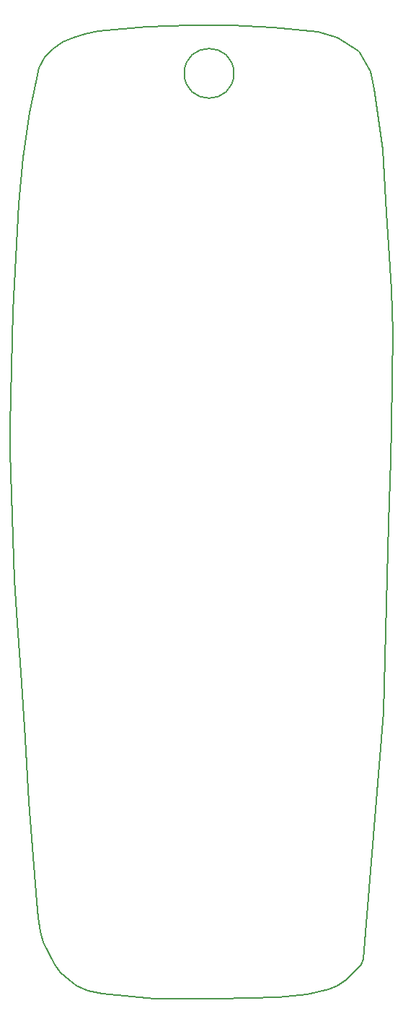
<source format=gbr>
G04 #@! TF.FileFunction,Profile,NP*
%FSLAX46Y46*%
G04 Gerber Fmt 4.6, Leading zero omitted, Abs format (unit mm)*
G04 Created by KiCad (PCBNEW 4.0.6) date Sat Nov 10 09:15:38 2018*
%MOMM*%
%LPD*%
G01*
G04 APERTURE LIST*
%ADD10C,0.100000*%
%ADD11C,0.150000*%
G04 APERTURE END LIST*
D10*
D11*
X80600000Y-118200000D02*
X80400000Y-124500000D01*
X38350000Y-127560000D02*
X38800000Y-135000000D01*
X62856888Y-49650000D02*
G75*
G03X62856888Y-49650000I-2906888J0D01*
G01*
X36950000Y-104050000D02*
X37100000Y-109050000D01*
X78100000Y-153400000D02*
X80400000Y-124500000D01*
X39900000Y-148600000D02*
X40150000Y-150200000D01*
X77850000Y-154100000D02*
X78100000Y-153400000D01*
X76050000Y-155900000D02*
X77850000Y-154100000D01*
X75050000Y-156550000D02*
X76050000Y-155900000D01*
X74000000Y-157000000D02*
X75050000Y-156550000D01*
X71500000Y-157550000D02*
X74000000Y-157000000D01*
X68100000Y-157900000D02*
X71500000Y-157550000D01*
X61050000Y-158100000D02*
X68100000Y-157900000D01*
X53500000Y-158050000D02*
X61050000Y-158100000D01*
X47450000Y-157500000D02*
X53500000Y-158050000D01*
X45750000Y-157100000D02*
X47450000Y-157500000D01*
X44400000Y-156550000D02*
X45750000Y-157100000D01*
X43500000Y-155900000D02*
X44400000Y-156550000D01*
X42550000Y-155000000D02*
X43500000Y-155900000D01*
X41850000Y-154050000D02*
X42550000Y-155000000D01*
X40500000Y-151500000D02*
X41850000Y-154050000D01*
X40150000Y-150200000D02*
X40500000Y-151500000D01*
X39700000Y-146700000D02*
X39900000Y-148600000D01*
X38800000Y-135000000D02*
X39700000Y-146700000D01*
X37900000Y-121050000D02*
X38350000Y-127550000D01*
X37400000Y-114050000D02*
X37900000Y-121050000D01*
X37100000Y-109050000D02*
X37400000Y-114050000D01*
X36600000Y-93950000D02*
X36950000Y-104050000D01*
X36600000Y-90950000D02*
X36600000Y-93950000D01*
X36950000Y-77500000D02*
X36600000Y-90950000D01*
X37600000Y-64950000D02*
X36950000Y-77500000D01*
X38100000Y-59550000D02*
X37600000Y-64950000D01*
X38850000Y-54300000D02*
X38100000Y-59550000D01*
X40000000Y-49000000D02*
X38850000Y-54300000D01*
X40650000Y-47750000D02*
X40000000Y-49000000D01*
X41550000Y-46850000D02*
X40650000Y-47750000D01*
X42800000Y-46000000D02*
X41550000Y-46850000D01*
X44000000Y-45450000D02*
X42800000Y-46000000D01*
X45400000Y-45000000D02*
X44000000Y-45450000D01*
X46900000Y-44700000D02*
X45400000Y-45000000D01*
X52650000Y-44150000D02*
X46900000Y-44700000D01*
X57650000Y-44000000D02*
X52650000Y-44150000D01*
X62600000Y-44000000D02*
X57650000Y-44000000D01*
X67500000Y-44300000D02*
X62600000Y-44000000D01*
X72700000Y-44800000D02*
X67500000Y-44300000D01*
X75000000Y-45500000D02*
X72700000Y-44800000D01*
X77550000Y-47100000D02*
X75000000Y-45500000D01*
X78900000Y-49400000D02*
X77550000Y-47100000D01*
X79350000Y-51500000D02*
X78900000Y-49400000D01*
X80350000Y-58600000D02*
X79350000Y-51500000D01*
X80800000Y-66000000D02*
X80350000Y-58600000D01*
X81100000Y-71000000D02*
X80800000Y-66000000D01*
X81350000Y-75000000D02*
X81100000Y-71000000D01*
X81550000Y-80000000D02*
X81350000Y-75000000D01*
X81400000Y-91000000D02*
X81550000Y-80000000D01*
X81300000Y-95000000D02*
X81400000Y-91000000D01*
X81050000Y-102400000D02*
X81300000Y-95000000D01*
X80600000Y-118200000D02*
X81050000Y-102400000D01*
M02*

</source>
